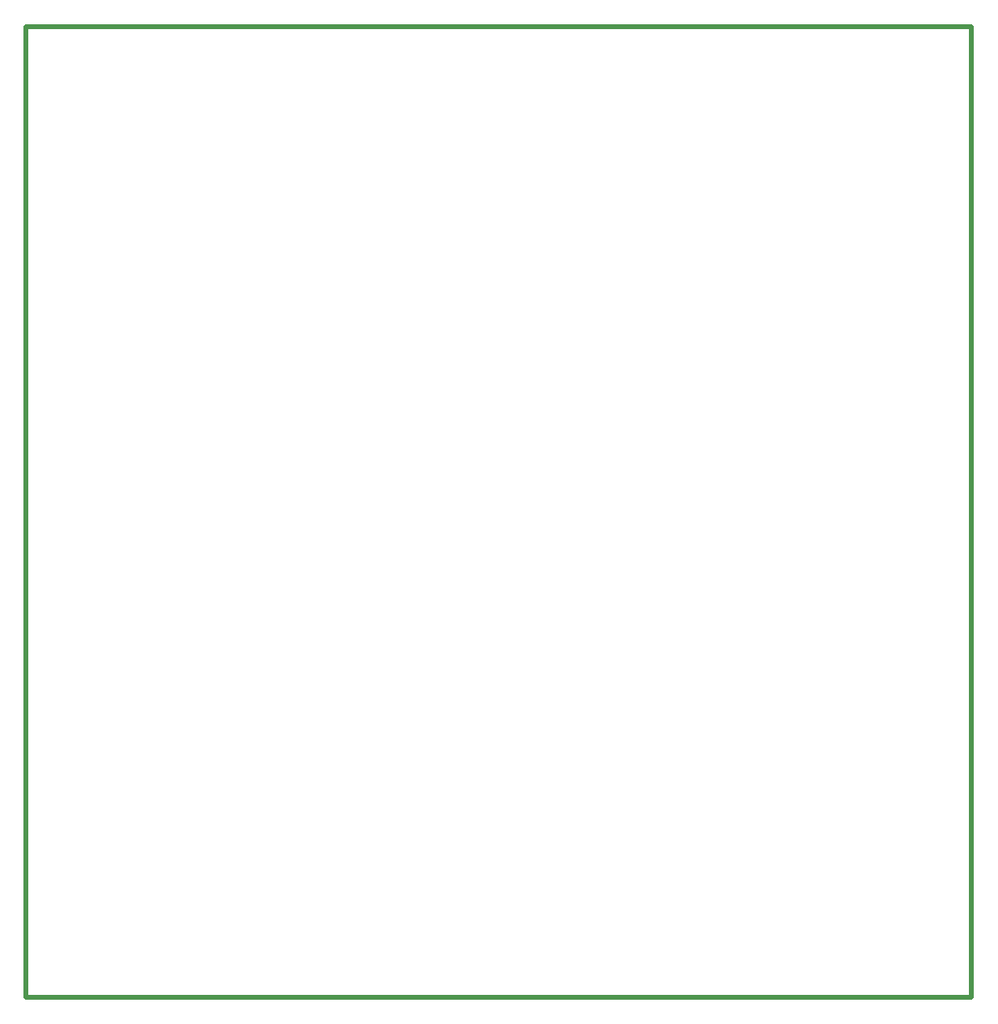
<source format=gko>
G04*
G04 #@! TF.GenerationSoftware,Altium Limited,Altium Designer,23.8.1 (32)*
G04*
G04 Layer_Color=16711935*
%FSLAX25Y25*%
%MOIN*%
G70*
G04*
G04 #@! TF.SameCoordinates,CF8B6EB2-DAF4-4016-BDB3-9DCBFEF17629*
G04*
G04*
G04 #@! TF.FilePolarity,Positive*
G04*
G01*
G75*
%ADD14C,0.02000*%
D14*
X0Y0D02*
Y400000D01*
X390000D01*
Y0D02*
Y400000D01*
X0Y0D02*
X390000D01*
M02*

</source>
